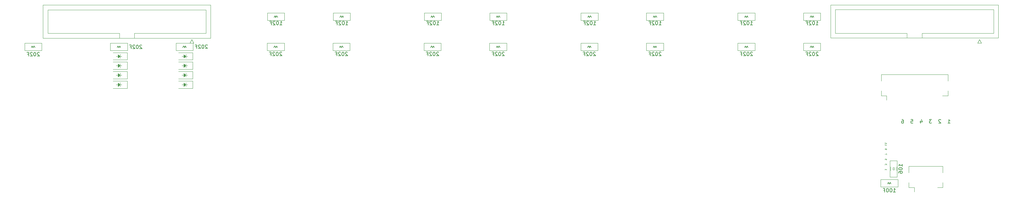
<source format=gbr>
%TF.GenerationSoftware,KiCad,Pcbnew,7.0.1*%
%TF.CreationDate,2024-04-02T15:57:58+09:00*%
%TF.ProjectId,Lift_Switch_V5.0,4c696674-5f53-4776-9974-63685f56352e,rev?*%
%TF.SameCoordinates,Original*%
%TF.FileFunction,Legend,Bot*%
%TF.FilePolarity,Positive*%
%FSLAX46Y46*%
G04 Gerber Fmt 4.6, Leading zero omitted, Abs format (unit mm)*
G04 Created by KiCad (PCBNEW 7.0.1) date 2024-04-02 15:57:58*
%MOMM*%
%LPD*%
G01*
G04 APERTURE LIST*
%ADD10C,0.150000*%
%ADD11C,0.100000*%
%ADD12C,0.120000*%
%ADD13C,0.200000*%
G04 APERTURE END LIST*
D10*
%TO.C,R8*%
X245796666Y-79627857D02*
X245749047Y-79580238D01*
X245749047Y-79580238D02*
X245653809Y-79532619D01*
X245653809Y-79532619D02*
X245415714Y-79532619D01*
X245415714Y-79532619D02*
X245320476Y-79580238D01*
X245320476Y-79580238D02*
X245272857Y-79627857D01*
X245272857Y-79627857D02*
X245225238Y-79723095D01*
X245225238Y-79723095D02*
X245225238Y-79818333D01*
X245225238Y-79818333D02*
X245272857Y-79961190D01*
X245272857Y-79961190D02*
X245844285Y-80532619D01*
X245844285Y-80532619D02*
X245225238Y-80532619D01*
X244606190Y-79532619D02*
X244510952Y-79532619D01*
X244510952Y-79532619D02*
X244415714Y-79580238D01*
X244415714Y-79580238D02*
X244368095Y-79627857D01*
X244368095Y-79627857D02*
X244320476Y-79723095D01*
X244320476Y-79723095D02*
X244272857Y-79913571D01*
X244272857Y-79913571D02*
X244272857Y-80151666D01*
X244272857Y-80151666D02*
X244320476Y-80342142D01*
X244320476Y-80342142D02*
X244368095Y-80437380D01*
X244368095Y-80437380D02*
X244415714Y-80485000D01*
X244415714Y-80485000D02*
X244510952Y-80532619D01*
X244510952Y-80532619D02*
X244606190Y-80532619D01*
X244606190Y-80532619D02*
X244701428Y-80485000D01*
X244701428Y-80485000D02*
X244749047Y-80437380D01*
X244749047Y-80437380D02*
X244796666Y-80342142D01*
X244796666Y-80342142D02*
X244844285Y-80151666D01*
X244844285Y-80151666D02*
X244844285Y-79913571D01*
X244844285Y-79913571D02*
X244796666Y-79723095D01*
X244796666Y-79723095D02*
X244749047Y-79627857D01*
X244749047Y-79627857D02*
X244701428Y-79580238D01*
X244701428Y-79580238D02*
X244606190Y-79532619D01*
X243891904Y-79627857D02*
X243844285Y-79580238D01*
X243844285Y-79580238D02*
X243749047Y-79532619D01*
X243749047Y-79532619D02*
X243510952Y-79532619D01*
X243510952Y-79532619D02*
X243415714Y-79580238D01*
X243415714Y-79580238D02*
X243368095Y-79627857D01*
X243368095Y-79627857D02*
X243320476Y-79723095D01*
X243320476Y-79723095D02*
X243320476Y-79818333D01*
X243320476Y-79818333D02*
X243368095Y-79961190D01*
X243368095Y-79961190D02*
X243939523Y-80532619D01*
X243939523Y-80532619D02*
X243320476Y-80532619D01*
X242558571Y-80008809D02*
X242891904Y-80008809D01*
X242891904Y-80532619D02*
X242891904Y-79532619D01*
X242891904Y-79532619D02*
X242415714Y-79532619D01*
%TO.C,C1*%
X329962619Y-110933333D02*
X329962619Y-110361905D01*
X329962619Y-110647619D02*
X328962619Y-110647619D01*
X328962619Y-110647619D02*
X329105476Y-110552381D01*
X329105476Y-110552381D02*
X329200714Y-110457143D01*
X329200714Y-110457143D02*
X329248333Y-110361905D01*
X328962619Y-111552381D02*
X328962619Y-111647619D01*
X328962619Y-111647619D02*
X329010238Y-111742857D01*
X329010238Y-111742857D02*
X329057857Y-111790476D01*
X329057857Y-111790476D02*
X329153095Y-111838095D01*
X329153095Y-111838095D02*
X329343571Y-111885714D01*
X329343571Y-111885714D02*
X329581666Y-111885714D01*
X329581666Y-111885714D02*
X329772142Y-111838095D01*
X329772142Y-111838095D02*
X329867380Y-111790476D01*
X329867380Y-111790476D02*
X329915000Y-111742857D01*
X329915000Y-111742857D02*
X329962619Y-111647619D01*
X329962619Y-111647619D02*
X329962619Y-111552381D01*
X329962619Y-111552381D02*
X329915000Y-111457143D01*
X329915000Y-111457143D02*
X329867380Y-111409524D01*
X329867380Y-111409524D02*
X329772142Y-111361905D01*
X329772142Y-111361905D02*
X329581666Y-111314286D01*
X329581666Y-111314286D02*
X329343571Y-111314286D01*
X329343571Y-111314286D02*
X329153095Y-111361905D01*
X329153095Y-111361905D02*
X329057857Y-111409524D01*
X329057857Y-111409524D02*
X329010238Y-111457143D01*
X329010238Y-111457143D02*
X328962619Y-111552381D01*
X328962619Y-112742857D02*
X328962619Y-112552381D01*
X328962619Y-112552381D02*
X329010238Y-112457143D01*
X329010238Y-112457143D02*
X329057857Y-112409524D01*
X329057857Y-112409524D02*
X329200714Y-112314286D01*
X329200714Y-112314286D02*
X329391190Y-112266667D01*
X329391190Y-112266667D02*
X329772142Y-112266667D01*
X329772142Y-112266667D02*
X329867380Y-112314286D01*
X329867380Y-112314286D02*
X329915000Y-112361905D01*
X329915000Y-112361905D02*
X329962619Y-112457143D01*
X329962619Y-112457143D02*
X329962619Y-112647619D01*
X329962619Y-112647619D02*
X329915000Y-112742857D01*
X329915000Y-112742857D02*
X329867380Y-112790476D01*
X329867380Y-112790476D02*
X329772142Y-112838095D01*
X329772142Y-112838095D02*
X329534047Y-112838095D01*
X329534047Y-112838095D02*
X329438809Y-112790476D01*
X329438809Y-112790476D02*
X329391190Y-112742857D01*
X329391190Y-112742857D02*
X329343571Y-112647619D01*
X329343571Y-112647619D02*
X329343571Y-112457143D01*
X329343571Y-112457143D02*
X329391190Y-112361905D01*
X329391190Y-112361905D02*
X329438809Y-112314286D01*
X329438809Y-112314286D02*
X329534047Y-112266667D01*
%TO.C,R4*%
X159796666Y-79627857D02*
X159749047Y-79580238D01*
X159749047Y-79580238D02*
X159653809Y-79532619D01*
X159653809Y-79532619D02*
X159415714Y-79532619D01*
X159415714Y-79532619D02*
X159320476Y-79580238D01*
X159320476Y-79580238D02*
X159272857Y-79627857D01*
X159272857Y-79627857D02*
X159225238Y-79723095D01*
X159225238Y-79723095D02*
X159225238Y-79818333D01*
X159225238Y-79818333D02*
X159272857Y-79961190D01*
X159272857Y-79961190D02*
X159844285Y-80532619D01*
X159844285Y-80532619D02*
X159225238Y-80532619D01*
X158606190Y-79532619D02*
X158510952Y-79532619D01*
X158510952Y-79532619D02*
X158415714Y-79580238D01*
X158415714Y-79580238D02*
X158368095Y-79627857D01*
X158368095Y-79627857D02*
X158320476Y-79723095D01*
X158320476Y-79723095D02*
X158272857Y-79913571D01*
X158272857Y-79913571D02*
X158272857Y-80151666D01*
X158272857Y-80151666D02*
X158320476Y-80342142D01*
X158320476Y-80342142D02*
X158368095Y-80437380D01*
X158368095Y-80437380D02*
X158415714Y-80485000D01*
X158415714Y-80485000D02*
X158510952Y-80532619D01*
X158510952Y-80532619D02*
X158606190Y-80532619D01*
X158606190Y-80532619D02*
X158701428Y-80485000D01*
X158701428Y-80485000D02*
X158749047Y-80437380D01*
X158749047Y-80437380D02*
X158796666Y-80342142D01*
X158796666Y-80342142D02*
X158844285Y-80151666D01*
X158844285Y-80151666D02*
X158844285Y-79913571D01*
X158844285Y-79913571D02*
X158796666Y-79723095D01*
X158796666Y-79723095D02*
X158749047Y-79627857D01*
X158749047Y-79627857D02*
X158701428Y-79580238D01*
X158701428Y-79580238D02*
X158606190Y-79532619D01*
X157891904Y-79627857D02*
X157844285Y-79580238D01*
X157844285Y-79580238D02*
X157749047Y-79532619D01*
X157749047Y-79532619D02*
X157510952Y-79532619D01*
X157510952Y-79532619D02*
X157415714Y-79580238D01*
X157415714Y-79580238D02*
X157368095Y-79627857D01*
X157368095Y-79627857D02*
X157320476Y-79723095D01*
X157320476Y-79723095D02*
X157320476Y-79818333D01*
X157320476Y-79818333D02*
X157368095Y-79961190D01*
X157368095Y-79961190D02*
X157939523Y-80532619D01*
X157939523Y-80532619D02*
X157320476Y-80532619D01*
X156558571Y-80008809D02*
X156891904Y-80008809D01*
X156891904Y-80532619D02*
X156891904Y-79532619D01*
X156891904Y-79532619D02*
X156415714Y-79532619D01*
%TO.C,R9*%
X263796666Y-79627857D02*
X263749047Y-79580238D01*
X263749047Y-79580238D02*
X263653809Y-79532619D01*
X263653809Y-79532619D02*
X263415714Y-79532619D01*
X263415714Y-79532619D02*
X263320476Y-79580238D01*
X263320476Y-79580238D02*
X263272857Y-79627857D01*
X263272857Y-79627857D02*
X263225238Y-79723095D01*
X263225238Y-79723095D02*
X263225238Y-79818333D01*
X263225238Y-79818333D02*
X263272857Y-79961190D01*
X263272857Y-79961190D02*
X263844285Y-80532619D01*
X263844285Y-80532619D02*
X263225238Y-80532619D01*
X262606190Y-79532619D02*
X262510952Y-79532619D01*
X262510952Y-79532619D02*
X262415714Y-79580238D01*
X262415714Y-79580238D02*
X262368095Y-79627857D01*
X262368095Y-79627857D02*
X262320476Y-79723095D01*
X262320476Y-79723095D02*
X262272857Y-79913571D01*
X262272857Y-79913571D02*
X262272857Y-80151666D01*
X262272857Y-80151666D02*
X262320476Y-80342142D01*
X262320476Y-80342142D02*
X262368095Y-80437380D01*
X262368095Y-80437380D02*
X262415714Y-80485000D01*
X262415714Y-80485000D02*
X262510952Y-80532619D01*
X262510952Y-80532619D02*
X262606190Y-80532619D01*
X262606190Y-80532619D02*
X262701428Y-80485000D01*
X262701428Y-80485000D02*
X262749047Y-80437380D01*
X262749047Y-80437380D02*
X262796666Y-80342142D01*
X262796666Y-80342142D02*
X262844285Y-80151666D01*
X262844285Y-80151666D02*
X262844285Y-79913571D01*
X262844285Y-79913571D02*
X262796666Y-79723095D01*
X262796666Y-79723095D02*
X262749047Y-79627857D01*
X262749047Y-79627857D02*
X262701428Y-79580238D01*
X262701428Y-79580238D02*
X262606190Y-79532619D01*
X261891904Y-79627857D02*
X261844285Y-79580238D01*
X261844285Y-79580238D02*
X261749047Y-79532619D01*
X261749047Y-79532619D02*
X261510952Y-79532619D01*
X261510952Y-79532619D02*
X261415714Y-79580238D01*
X261415714Y-79580238D02*
X261368095Y-79627857D01*
X261368095Y-79627857D02*
X261320476Y-79723095D01*
X261320476Y-79723095D02*
X261320476Y-79818333D01*
X261320476Y-79818333D02*
X261368095Y-79961190D01*
X261368095Y-79961190D02*
X261939523Y-80532619D01*
X261939523Y-80532619D02*
X261320476Y-80532619D01*
X260558571Y-80008809D02*
X260891904Y-80008809D01*
X260891904Y-80532619D02*
X260891904Y-79532619D01*
X260891904Y-79532619D02*
X260415714Y-79532619D01*
%TO.C,R2*%
X121426666Y-77667857D02*
X121379047Y-77620238D01*
X121379047Y-77620238D02*
X121283809Y-77572619D01*
X121283809Y-77572619D02*
X121045714Y-77572619D01*
X121045714Y-77572619D02*
X120950476Y-77620238D01*
X120950476Y-77620238D02*
X120902857Y-77667857D01*
X120902857Y-77667857D02*
X120855238Y-77763095D01*
X120855238Y-77763095D02*
X120855238Y-77858333D01*
X120855238Y-77858333D02*
X120902857Y-78001190D01*
X120902857Y-78001190D02*
X121474285Y-78572619D01*
X121474285Y-78572619D02*
X120855238Y-78572619D01*
X120236190Y-77572619D02*
X120140952Y-77572619D01*
X120140952Y-77572619D02*
X120045714Y-77620238D01*
X120045714Y-77620238D02*
X119998095Y-77667857D01*
X119998095Y-77667857D02*
X119950476Y-77763095D01*
X119950476Y-77763095D02*
X119902857Y-77953571D01*
X119902857Y-77953571D02*
X119902857Y-78191666D01*
X119902857Y-78191666D02*
X119950476Y-78382142D01*
X119950476Y-78382142D02*
X119998095Y-78477380D01*
X119998095Y-78477380D02*
X120045714Y-78525000D01*
X120045714Y-78525000D02*
X120140952Y-78572619D01*
X120140952Y-78572619D02*
X120236190Y-78572619D01*
X120236190Y-78572619D02*
X120331428Y-78525000D01*
X120331428Y-78525000D02*
X120379047Y-78477380D01*
X120379047Y-78477380D02*
X120426666Y-78382142D01*
X120426666Y-78382142D02*
X120474285Y-78191666D01*
X120474285Y-78191666D02*
X120474285Y-77953571D01*
X120474285Y-77953571D02*
X120426666Y-77763095D01*
X120426666Y-77763095D02*
X120379047Y-77667857D01*
X120379047Y-77667857D02*
X120331428Y-77620238D01*
X120331428Y-77620238D02*
X120236190Y-77572619D01*
X119521904Y-77667857D02*
X119474285Y-77620238D01*
X119474285Y-77620238D02*
X119379047Y-77572619D01*
X119379047Y-77572619D02*
X119140952Y-77572619D01*
X119140952Y-77572619D02*
X119045714Y-77620238D01*
X119045714Y-77620238D02*
X118998095Y-77667857D01*
X118998095Y-77667857D02*
X118950476Y-77763095D01*
X118950476Y-77763095D02*
X118950476Y-77858333D01*
X118950476Y-77858333D02*
X118998095Y-78001190D01*
X118998095Y-78001190D02*
X119569523Y-78572619D01*
X119569523Y-78572619D02*
X118950476Y-78572619D01*
X118188571Y-78048809D02*
X118521904Y-78048809D01*
X118521904Y-78572619D02*
X118521904Y-77572619D01*
X118521904Y-77572619D02*
X118045714Y-77572619D01*
%TO.C,R17*%
X220245238Y-72012619D02*
X220816666Y-72012619D01*
X220530952Y-72012619D02*
X220530952Y-71012619D01*
X220530952Y-71012619D02*
X220626190Y-71155476D01*
X220626190Y-71155476D02*
X220721428Y-71250714D01*
X220721428Y-71250714D02*
X220816666Y-71298333D01*
X219626190Y-71012619D02*
X219530952Y-71012619D01*
X219530952Y-71012619D02*
X219435714Y-71060238D01*
X219435714Y-71060238D02*
X219388095Y-71107857D01*
X219388095Y-71107857D02*
X219340476Y-71203095D01*
X219340476Y-71203095D02*
X219292857Y-71393571D01*
X219292857Y-71393571D02*
X219292857Y-71631666D01*
X219292857Y-71631666D02*
X219340476Y-71822142D01*
X219340476Y-71822142D02*
X219388095Y-71917380D01*
X219388095Y-71917380D02*
X219435714Y-71965000D01*
X219435714Y-71965000D02*
X219530952Y-72012619D01*
X219530952Y-72012619D02*
X219626190Y-72012619D01*
X219626190Y-72012619D02*
X219721428Y-71965000D01*
X219721428Y-71965000D02*
X219769047Y-71917380D01*
X219769047Y-71917380D02*
X219816666Y-71822142D01*
X219816666Y-71822142D02*
X219864285Y-71631666D01*
X219864285Y-71631666D02*
X219864285Y-71393571D01*
X219864285Y-71393571D02*
X219816666Y-71203095D01*
X219816666Y-71203095D02*
X219769047Y-71107857D01*
X219769047Y-71107857D02*
X219721428Y-71060238D01*
X219721428Y-71060238D02*
X219626190Y-71012619D01*
X218911904Y-71107857D02*
X218864285Y-71060238D01*
X218864285Y-71060238D02*
X218769047Y-71012619D01*
X218769047Y-71012619D02*
X218530952Y-71012619D01*
X218530952Y-71012619D02*
X218435714Y-71060238D01*
X218435714Y-71060238D02*
X218388095Y-71107857D01*
X218388095Y-71107857D02*
X218340476Y-71203095D01*
X218340476Y-71203095D02*
X218340476Y-71298333D01*
X218340476Y-71298333D02*
X218388095Y-71441190D01*
X218388095Y-71441190D02*
X218959523Y-72012619D01*
X218959523Y-72012619D02*
X218340476Y-72012619D01*
X217578571Y-71488809D02*
X217911904Y-71488809D01*
X217911904Y-72012619D02*
X217911904Y-71012619D01*
X217911904Y-71012619D02*
X217435714Y-71012619D01*
%TO.C,R7*%
X220796666Y-79627857D02*
X220749047Y-79580238D01*
X220749047Y-79580238D02*
X220653809Y-79532619D01*
X220653809Y-79532619D02*
X220415714Y-79532619D01*
X220415714Y-79532619D02*
X220320476Y-79580238D01*
X220320476Y-79580238D02*
X220272857Y-79627857D01*
X220272857Y-79627857D02*
X220225238Y-79723095D01*
X220225238Y-79723095D02*
X220225238Y-79818333D01*
X220225238Y-79818333D02*
X220272857Y-79961190D01*
X220272857Y-79961190D02*
X220844285Y-80532619D01*
X220844285Y-80532619D02*
X220225238Y-80532619D01*
X219606190Y-79532619D02*
X219510952Y-79532619D01*
X219510952Y-79532619D02*
X219415714Y-79580238D01*
X219415714Y-79580238D02*
X219368095Y-79627857D01*
X219368095Y-79627857D02*
X219320476Y-79723095D01*
X219320476Y-79723095D02*
X219272857Y-79913571D01*
X219272857Y-79913571D02*
X219272857Y-80151666D01*
X219272857Y-80151666D02*
X219320476Y-80342142D01*
X219320476Y-80342142D02*
X219368095Y-80437380D01*
X219368095Y-80437380D02*
X219415714Y-80485000D01*
X219415714Y-80485000D02*
X219510952Y-80532619D01*
X219510952Y-80532619D02*
X219606190Y-80532619D01*
X219606190Y-80532619D02*
X219701428Y-80485000D01*
X219701428Y-80485000D02*
X219749047Y-80437380D01*
X219749047Y-80437380D02*
X219796666Y-80342142D01*
X219796666Y-80342142D02*
X219844285Y-80151666D01*
X219844285Y-80151666D02*
X219844285Y-79913571D01*
X219844285Y-79913571D02*
X219796666Y-79723095D01*
X219796666Y-79723095D02*
X219749047Y-79627857D01*
X219749047Y-79627857D02*
X219701428Y-79580238D01*
X219701428Y-79580238D02*
X219606190Y-79532619D01*
X218891904Y-79627857D02*
X218844285Y-79580238D01*
X218844285Y-79580238D02*
X218749047Y-79532619D01*
X218749047Y-79532619D02*
X218510952Y-79532619D01*
X218510952Y-79532619D02*
X218415714Y-79580238D01*
X218415714Y-79580238D02*
X218368095Y-79627857D01*
X218368095Y-79627857D02*
X218320476Y-79723095D01*
X218320476Y-79723095D02*
X218320476Y-79818333D01*
X218320476Y-79818333D02*
X218368095Y-79961190D01*
X218368095Y-79961190D02*
X218939523Y-80532619D01*
X218939523Y-80532619D02*
X218320476Y-80532619D01*
X217558571Y-80008809D02*
X217891904Y-80008809D01*
X217891904Y-80532619D02*
X217891904Y-79532619D01*
X217891904Y-79532619D02*
X217415714Y-79532619D01*
%TO.C,R16*%
X202295238Y-72012619D02*
X202866666Y-72012619D01*
X202580952Y-72012619D02*
X202580952Y-71012619D01*
X202580952Y-71012619D02*
X202676190Y-71155476D01*
X202676190Y-71155476D02*
X202771428Y-71250714D01*
X202771428Y-71250714D02*
X202866666Y-71298333D01*
X201676190Y-71012619D02*
X201580952Y-71012619D01*
X201580952Y-71012619D02*
X201485714Y-71060238D01*
X201485714Y-71060238D02*
X201438095Y-71107857D01*
X201438095Y-71107857D02*
X201390476Y-71203095D01*
X201390476Y-71203095D02*
X201342857Y-71393571D01*
X201342857Y-71393571D02*
X201342857Y-71631666D01*
X201342857Y-71631666D02*
X201390476Y-71822142D01*
X201390476Y-71822142D02*
X201438095Y-71917380D01*
X201438095Y-71917380D02*
X201485714Y-71965000D01*
X201485714Y-71965000D02*
X201580952Y-72012619D01*
X201580952Y-72012619D02*
X201676190Y-72012619D01*
X201676190Y-72012619D02*
X201771428Y-71965000D01*
X201771428Y-71965000D02*
X201819047Y-71917380D01*
X201819047Y-71917380D02*
X201866666Y-71822142D01*
X201866666Y-71822142D02*
X201914285Y-71631666D01*
X201914285Y-71631666D02*
X201914285Y-71393571D01*
X201914285Y-71393571D02*
X201866666Y-71203095D01*
X201866666Y-71203095D02*
X201819047Y-71107857D01*
X201819047Y-71107857D02*
X201771428Y-71060238D01*
X201771428Y-71060238D02*
X201676190Y-71012619D01*
X200961904Y-71107857D02*
X200914285Y-71060238D01*
X200914285Y-71060238D02*
X200819047Y-71012619D01*
X200819047Y-71012619D02*
X200580952Y-71012619D01*
X200580952Y-71012619D02*
X200485714Y-71060238D01*
X200485714Y-71060238D02*
X200438095Y-71107857D01*
X200438095Y-71107857D02*
X200390476Y-71203095D01*
X200390476Y-71203095D02*
X200390476Y-71298333D01*
X200390476Y-71298333D02*
X200438095Y-71441190D01*
X200438095Y-71441190D02*
X201009523Y-72012619D01*
X201009523Y-72012619D02*
X200390476Y-72012619D01*
X199628571Y-71488809D02*
X199961904Y-71488809D01*
X199961904Y-72012619D02*
X199961904Y-71012619D01*
X199961904Y-71012619D02*
X199485714Y-71012619D01*
%TO.C,R13*%
X306295238Y-72012619D02*
X306866666Y-72012619D01*
X306580952Y-72012619D02*
X306580952Y-71012619D01*
X306580952Y-71012619D02*
X306676190Y-71155476D01*
X306676190Y-71155476D02*
X306771428Y-71250714D01*
X306771428Y-71250714D02*
X306866666Y-71298333D01*
X305676190Y-71012619D02*
X305580952Y-71012619D01*
X305580952Y-71012619D02*
X305485714Y-71060238D01*
X305485714Y-71060238D02*
X305438095Y-71107857D01*
X305438095Y-71107857D02*
X305390476Y-71203095D01*
X305390476Y-71203095D02*
X305342857Y-71393571D01*
X305342857Y-71393571D02*
X305342857Y-71631666D01*
X305342857Y-71631666D02*
X305390476Y-71822142D01*
X305390476Y-71822142D02*
X305438095Y-71917380D01*
X305438095Y-71917380D02*
X305485714Y-71965000D01*
X305485714Y-71965000D02*
X305580952Y-72012619D01*
X305580952Y-72012619D02*
X305676190Y-72012619D01*
X305676190Y-72012619D02*
X305771428Y-71965000D01*
X305771428Y-71965000D02*
X305819047Y-71917380D01*
X305819047Y-71917380D02*
X305866666Y-71822142D01*
X305866666Y-71822142D02*
X305914285Y-71631666D01*
X305914285Y-71631666D02*
X305914285Y-71393571D01*
X305914285Y-71393571D02*
X305866666Y-71203095D01*
X305866666Y-71203095D02*
X305819047Y-71107857D01*
X305819047Y-71107857D02*
X305771428Y-71060238D01*
X305771428Y-71060238D02*
X305676190Y-71012619D01*
X304961904Y-71107857D02*
X304914285Y-71060238D01*
X304914285Y-71060238D02*
X304819047Y-71012619D01*
X304819047Y-71012619D02*
X304580952Y-71012619D01*
X304580952Y-71012619D02*
X304485714Y-71060238D01*
X304485714Y-71060238D02*
X304438095Y-71107857D01*
X304438095Y-71107857D02*
X304390476Y-71203095D01*
X304390476Y-71203095D02*
X304390476Y-71298333D01*
X304390476Y-71298333D02*
X304438095Y-71441190D01*
X304438095Y-71441190D02*
X305009523Y-72012619D01*
X305009523Y-72012619D02*
X304390476Y-72012619D01*
X303628571Y-71488809D02*
X303961904Y-71488809D01*
X303961904Y-72012619D02*
X303961904Y-71012619D01*
X303961904Y-71012619D02*
X303485714Y-71012619D01*
%TO.C,R5*%
X177796666Y-79627857D02*
X177749047Y-79580238D01*
X177749047Y-79580238D02*
X177653809Y-79532619D01*
X177653809Y-79532619D02*
X177415714Y-79532619D01*
X177415714Y-79532619D02*
X177320476Y-79580238D01*
X177320476Y-79580238D02*
X177272857Y-79627857D01*
X177272857Y-79627857D02*
X177225238Y-79723095D01*
X177225238Y-79723095D02*
X177225238Y-79818333D01*
X177225238Y-79818333D02*
X177272857Y-79961190D01*
X177272857Y-79961190D02*
X177844285Y-80532619D01*
X177844285Y-80532619D02*
X177225238Y-80532619D01*
X176606190Y-79532619D02*
X176510952Y-79532619D01*
X176510952Y-79532619D02*
X176415714Y-79580238D01*
X176415714Y-79580238D02*
X176368095Y-79627857D01*
X176368095Y-79627857D02*
X176320476Y-79723095D01*
X176320476Y-79723095D02*
X176272857Y-79913571D01*
X176272857Y-79913571D02*
X176272857Y-80151666D01*
X176272857Y-80151666D02*
X176320476Y-80342142D01*
X176320476Y-80342142D02*
X176368095Y-80437380D01*
X176368095Y-80437380D02*
X176415714Y-80485000D01*
X176415714Y-80485000D02*
X176510952Y-80532619D01*
X176510952Y-80532619D02*
X176606190Y-80532619D01*
X176606190Y-80532619D02*
X176701428Y-80485000D01*
X176701428Y-80485000D02*
X176749047Y-80437380D01*
X176749047Y-80437380D02*
X176796666Y-80342142D01*
X176796666Y-80342142D02*
X176844285Y-80151666D01*
X176844285Y-80151666D02*
X176844285Y-79913571D01*
X176844285Y-79913571D02*
X176796666Y-79723095D01*
X176796666Y-79723095D02*
X176749047Y-79627857D01*
X176749047Y-79627857D02*
X176701428Y-79580238D01*
X176701428Y-79580238D02*
X176606190Y-79532619D01*
X175891904Y-79627857D02*
X175844285Y-79580238D01*
X175844285Y-79580238D02*
X175749047Y-79532619D01*
X175749047Y-79532619D02*
X175510952Y-79532619D01*
X175510952Y-79532619D02*
X175415714Y-79580238D01*
X175415714Y-79580238D02*
X175368095Y-79627857D01*
X175368095Y-79627857D02*
X175320476Y-79723095D01*
X175320476Y-79723095D02*
X175320476Y-79818333D01*
X175320476Y-79818333D02*
X175368095Y-79961190D01*
X175368095Y-79961190D02*
X175939523Y-80532619D01*
X175939523Y-80532619D02*
X175320476Y-80532619D01*
X174558571Y-80008809D02*
X174891904Y-80008809D01*
X174891904Y-80532619D02*
X174891904Y-79532619D01*
X174891904Y-79532619D02*
X174415714Y-79532619D01*
%TO.C,R11*%
X306856666Y-79627857D02*
X306809047Y-79580238D01*
X306809047Y-79580238D02*
X306713809Y-79532619D01*
X306713809Y-79532619D02*
X306475714Y-79532619D01*
X306475714Y-79532619D02*
X306380476Y-79580238D01*
X306380476Y-79580238D02*
X306332857Y-79627857D01*
X306332857Y-79627857D02*
X306285238Y-79723095D01*
X306285238Y-79723095D02*
X306285238Y-79818333D01*
X306285238Y-79818333D02*
X306332857Y-79961190D01*
X306332857Y-79961190D02*
X306904285Y-80532619D01*
X306904285Y-80532619D02*
X306285238Y-80532619D01*
X305666190Y-79532619D02*
X305570952Y-79532619D01*
X305570952Y-79532619D02*
X305475714Y-79580238D01*
X305475714Y-79580238D02*
X305428095Y-79627857D01*
X305428095Y-79627857D02*
X305380476Y-79723095D01*
X305380476Y-79723095D02*
X305332857Y-79913571D01*
X305332857Y-79913571D02*
X305332857Y-80151666D01*
X305332857Y-80151666D02*
X305380476Y-80342142D01*
X305380476Y-80342142D02*
X305428095Y-80437380D01*
X305428095Y-80437380D02*
X305475714Y-80485000D01*
X305475714Y-80485000D02*
X305570952Y-80532619D01*
X305570952Y-80532619D02*
X305666190Y-80532619D01*
X305666190Y-80532619D02*
X305761428Y-80485000D01*
X305761428Y-80485000D02*
X305809047Y-80437380D01*
X305809047Y-80437380D02*
X305856666Y-80342142D01*
X305856666Y-80342142D02*
X305904285Y-80151666D01*
X305904285Y-80151666D02*
X305904285Y-79913571D01*
X305904285Y-79913571D02*
X305856666Y-79723095D01*
X305856666Y-79723095D02*
X305809047Y-79627857D01*
X305809047Y-79627857D02*
X305761428Y-79580238D01*
X305761428Y-79580238D02*
X305666190Y-79532619D01*
X304951904Y-79627857D02*
X304904285Y-79580238D01*
X304904285Y-79580238D02*
X304809047Y-79532619D01*
X304809047Y-79532619D02*
X304570952Y-79532619D01*
X304570952Y-79532619D02*
X304475714Y-79580238D01*
X304475714Y-79580238D02*
X304428095Y-79627857D01*
X304428095Y-79627857D02*
X304380476Y-79723095D01*
X304380476Y-79723095D02*
X304380476Y-79818333D01*
X304380476Y-79818333D02*
X304428095Y-79961190D01*
X304428095Y-79961190D02*
X304999523Y-80532619D01*
X304999523Y-80532619D02*
X304380476Y-80532619D01*
X303618571Y-80008809D02*
X303951904Y-80008809D01*
X303951904Y-80532619D02*
X303951904Y-79532619D01*
X303951904Y-79532619D02*
X303475714Y-79532619D01*
%TO.C,R12*%
X288295238Y-72012619D02*
X288866666Y-72012619D01*
X288580952Y-72012619D02*
X288580952Y-71012619D01*
X288580952Y-71012619D02*
X288676190Y-71155476D01*
X288676190Y-71155476D02*
X288771428Y-71250714D01*
X288771428Y-71250714D02*
X288866666Y-71298333D01*
X287676190Y-71012619D02*
X287580952Y-71012619D01*
X287580952Y-71012619D02*
X287485714Y-71060238D01*
X287485714Y-71060238D02*
X287438095Y-71107857D01*
X287438095Y-71107857D02*
X287390476Y-71203095D01*
X287390476Y-71203095D02*
X287342857Y-71393571D01*
X287342857Y-71393571D02*
X287342857Y-71631666D01*
X287342857Y-71631666D02*
X287390476Y-71822142D01*
X287390476Y-71822142D02*
X287438095Y-71917380D01*
X287438095Y-71917380D02*
X287485714Y-71965000D01*
X287485714Y-71965000D02*
X287580952Y-72012619D01*
X287580952Y-72012619D02*
X287676190Y-72012619D01*
X287676190Y-72012619D02*
X287771428Y-71965000D01*
X287771428Y-71965000D02*
X287819047Y-71917380D01*
X287819047Y-71917380D02*
X287866666Y-71822142D01*
X287866666Y-71822142D02*
X287914285Y-71631666D01*
X287914285Y-71631666D02*
X287914285Y-71393571D01*
X287914285Y-71393571D02*
X287866666Y-71203095D01*
X287866666Y-71203095D02*
X287819047Y-71107857D01*
X287819047Y-71107857D02*
X287771428Y-71060238D01*
X287771428Y-71060238D02*
X287676190Y-71012619D01*
X286961904Y-71107857D02*
X286914285Y-71060238D01*
X286914285Y-71060238D02*
X286819047Y-71012619D01*
X286819047Y-71012619D02*
X286580952Y-71012619D01*
X286580952Y-71012619D02*
X286485714Y-71060238D01*
X286485714Y-71060238D02*
X286438095Y-71107857D01*
X286438095Y-71107857D02*
X286390476Y-71203095D01*
X286390476Y-71203095D02*
X286390476Y-71298333D01*
X286390476Y-71298333D02*
X286438095Y-71441190D01*
X286438095Y-71441190D02*
X287009523Y-72012619D01*
X287009523Y-72012619D02*
X286390476Y-72012619D01*
X285628571Y-71488809D02*
X285961904Y-71488809D01*
X285961904Y-72012619D02*
X285961904Y-71012619D01*
X285961904Y-71012619D02*
X285485714Y-71012619D01*
%TO.C,R18*%
X159295238Y-72012619D02*
X159866666Y-72012619D01*
X159580952Y-72012619D02*
X159580952Y-71012619D01*
X159580952Y-71012619D02*
X159676190Y-71155476D01*
X159676190Y-71155476D02*
X159771428Y-71250714D01*
X159771428Y-71250714D02*
X159866666Y-71298333D01*
X158676190Y-71012619D02*
X158580952Y-71012619D01*
X158580952Y-71012619D02*
X158485714Y-71060238D01*
X158485714Y-71060238D02*
X158438095Y-71107857D01*
X158438095Y-71107857D02*
X158390476Y-71203095D01*
X158390476Y-71203095D02*
X158342857Y-71393571D01*
X158342857Y-71393571D02*
X158342857Y-71631666D01*
X158342857Y-71631666D02*
X158390476Y-71822142D01*
X158390476Y-71822142D02*
X158438095Y-71917380D01*
X158438095Y-71917380D02*
X158485714Y-71965000D01*
X158485714Y-71965000D02*
X158580952Y-72012619D01*
X158580952Y-72012619D02*
X158676190Y-72012619D01*
X158676190Y-72012619D02*
X158771428Y-71965000D01*
X158771428Y-71965000D02*
X158819047Y-71917380D01*
X158819047Y-71917380D02*
X158866666Y-71822142D01*
X158866666Y-71822142D02*
X158914285Y-71631666D01*
X158914285Y-71631666D02*
X158914285Y-71393571D01*
X158914285Y-71393571D02*
X158866666Y-71203095D01*
X158866666Y-71203095D02*
X158819047Y-71107857D01*
X158819047Y-71107857D02*
X158771428Y-71060238D01*
X158771428Y-71060238D02*
X158676190Y-71012619D01*
X157961904Y-71107857D02*
X157914285Y-71060238D01*
X157914285Y-71060238D02*
X157819047Y-71012619D01*
X157819047Y-71012619D02*
X157580952Y-71012619D01*
X157580952Y-71012619D02*
X157485714Y-71060238D01*
X157485714Y-71060238D02*
X157438095Y-71107857D01*
X157438095Y-71107857D02*
X157390476Y-71203095D01*
X157390476Y-71203095D02*
X157390476Y-71298333D01*
X157390476Y-71298333D02*
X157438095Y-71441190D01*
X157438095Y-71441190D02*
X158009523Y-72012619D01*
X158009523Y-72012619D02*
X157390476Y-72012619D01*
X156628571Y-71488809D02*
X156961904Y-71488809D01*
X156961904Y-72012619D02*
X156961904Y-71012619D01*
X156961904Y-71012619D02*
X156485714Y-71012619D01*
%TO.C,R15*%
X263245238Y-72012619D02*
X263816666Y-72012619D01*
X263530952Y-72012619D02*
X263530952Y-71012619D01*
X263530952Y-71012619D02*
X263626190Y-71155476D01*
X263626190Y-71155476D02*
X263721428Y-71250714D01*
X263721428Y-71250714D02*
X263816666Y-71298333D01*
X262626190Y-71012619D02*
X262530952Y-71012619D01*
X262530952Y-71012619D02*
X262435714Y-71060238D01*
X262435714Y-71060238D02*
X262388095Y-71107857D01*
X262388095Y-71107857D02*
X262340476Y-71203095D01*
X262340476Y-71203095D02*
X262292857Y-71393571D01*
X262292857Y-71393571D02*
X262292857Y-71631666D01*
X262292857Y-71631666D02*
X262340476Y-71822142D01*
X262340476Y-71822142D02*
X262388095Y-71917380D01*
X262388095Y-71917380D02*
X262435714Y-71965000D01*
X262435714Y-71965000D02*
X262530952Y-72012619D01*
X262530952Y-72012619D02*
X262626190Y-72012619D01*
X262626190Y-72012619D02*
X262721428Y-71965000D01*
X262721428Y-71965000D02*
X262769047Y-71917380D01*
X262769047Y-71917380D02*
X262816666Y-71822142D01*
X262816666Y-71822142D02*
X262864285Y-71631666D01*
X262864285Y-71631666D02*
X262864285Y-71393571D01*
X262864285Y-71393571D02*
X262816666Y-71203095D01*
X262816666Y-71203095D02*
X262769047Y-71107857D01*
X262769047Y-71107857D02*
X262721428Y-71060238D01*
X262721428Y-71060238D02*
X262626190Y-71012619D01*
X261911904Y-71107857D02*
X261864285Y-71060238D01*
X261864285Y-71060238D02*
X261769047Y-71012619D01*
X261769047Y-71012619D02*
X261530952Y-71012619D01*
X261530952Y-71012619D02*
X261435714Y-71060238D01*
X261435714Y-71060238D02*
X261388095Y-71107857D01*
X261388095Y-71107857D02*
X261340476Y-71203095D01*
X261340476Y-71203095D02*
X261340476Y-71298333D01*
X261340476Y-71298333D02*
X261388095Y-71441190D01*
X261388095Y-71441190D02*
X261959523Y-72012619D01*
X261959523Y-72012619D02*
X261340476Y-72012619D01*
X260578571Y-71488809D02*
X260911904Y-71488809D01*
X260911904Y-72012619D02*
X260911904Y-71012619D01*
X260911904Y-71012619D02*
X260435714Y-71012619D01*
D11*
%TO.C,J2*%
X325168690Y-111657142D02*
X325168690Y-111942856D01*
X325168690Y-111799999D02*
X325668690Y-111799999D01*
X325668690Y-111799999D02*
X325597261Y-111847618D01*
X325597261Y-111847618D02*
X325549642Y-111895237D01*
X325549642Y-111895237D02*
X325525833Y-111942856D01*
X325168690Y-104895237D02*
X325168690Y-105180951D01*
X325168690Y-105038094D02*
X325668690Y-105038094D01*
X325668690Y-105038094D02*
X325597261Y-105085713D01*
X325597261Y-105085713D02*
X325549642Y-105133332D01*
X325549642Y-105133332D02*
X325525833Y-105180951D01*
X325168690Y-104419047D02*
X325168690Y-104704761D01*
X325168690Y-104561904D02*
X325668690Y-104561904D01*
X325668690Y-104561904D02*
X325597261Y-104609523D01*
X325597261Y-104609523D02*
X325549642Y-104657142D01*
X325549642Y-104657142D02*
X325525833Y-104704761D01*
X325668690Y-110566666D02*
X325668690Y-110257142D01*
X325668690Y-110257142D02*
X325478214Y-110423809D01*
X325478214Y-110423809D02*
X325478214Y-110352380D01*
X325478214Y-110352380D02*
X325454404Y-110304761D01*
X325454404Y-110304761D02*
X325430595Y-110280952D01*
X325430595Y-110280952D02*
X325382976Y-110257142D01*
X325382976Y-110257142D02*
X325263928Y-110257142D01*
X325263928Y-110257142D02*
X325216309Y-110280952D01*
X325216309Y-110280952D02*
X325192500Y-110304761D01*
X325192500Y-110304761D02*
X325168690Y-110352380D01*
X325168690Y-110352380D02*
X325168690Y-110495237D01*
X325168690Y-110495237D02*
X325192500Y-110542856D01*
X325192500Y-110542856D02*
X325216309Y-110566666D01*
X325668690Y-107766666D02*
X325668690Y-107433333D01*
X325668690Y-107433333D02*
X325168690Y-107647618D01*
X325668690Y-108880952D02*
X325668690Y-109119047D01*
X325668690Y-109119047D02*
X325430595Y-109142856D01*
X325430595Y-109142856D02*
X325454404Y-109119047D01*
X325454404Y-109119047D02*
X325478214Y-109071428D01*
X325478214Y-109071428D02*
X325478214Y-108952380D01*
X325478214Y-108952380D02*
X325454404Y-108904761D01*
X325454404Y-108904761D02*
X325430595Y-108880952D01*
X325430595Y-108880952D02*
X325382976Y-108857142D01*
X325382976Y-108857142D02*
X325263928Y-108857142D01*
X325263928Y-108857142D02*
X325216309Y-108880952D01*
X325216309Y-108880952D02*
X325192500Y-108904761D01*
X325192500Y-108904761D02*
X325168690Y-108952380D01*
X325168690Y-108952380D02*
X325168690Y-109071428D01*
X325168690Y-109071428D02*
X325192500Y-109119047D01*
X325192500Y-109119047D02*
X325216309Y-109142856D01*
X325168690Y-106295237D02*
X325168690Y-106199999D01*
X325168690Y-106199999D02*
X325192500Y-106152380D01*
X325192500Y-106152380D02*
X325216309Y-106128571D01*
X325216309Y-106128571D02*
X325287738Y-106080952D01*
X325287738Y-106080952D02*
X325382976Y-106057142D01*
X325382976Y-106057142D02*
X325573452Y-106057142D01*
X325573452Y-106057142D02*
X325621071Y-106080952D01*
X325621071Y-106080952D02*
X325644880Y-106104761D01*
X325644880Y-106104761D02*
X325668690Y-106152380D01*
X325668690Y-106152380D02*
X325668690Y-106247618D01*
X325668690Y-106247618D02*
X325644880Y-106295237D01*
X325644880Y-106295237D02*
X325621071Y-106319047D01*
X325621071Y-106319047D02*
X325573452Y-106342856D01*
X325573452Y-106342856D02*
X325454404Y-106342856D01*
X325454404Y-106342856D02*
X325406785Y-106319047D01*
X325406785Y-106319047D02*
X325382976Y-106295237D01*
X325382976Y-106295237D02*
X325359166Y-106247618D01*
X325359166Y-106247618D02*
X325359166Y-106152380D01*
X325359166Y-106152380D02*
X325382976Y-106104761D01*
X325382976Y-106104761D02*
X325406785Y-106080952D01*
X325406785Y-106080952D02*
X325454404Y-106057142D01*
D10*
%TO.C,R19*%
X177345238Y-72012619D02*
X177916666Y-72012619D01*
X177630952Y-72012619D02*
X177630952Y-71012619D01*
X177630952Y-71012619D02*
X177726190Y-71155476D01*
X177726190Y-71155476D02*
X177821428Y-71250714D01*
X177821428Y-71250714D02*
X177916666Y-71298333D01*
X176726190Y-71012619D02*
X176630952Y-71012619D01*
X176630952Y-71012619D02*
X176535714Y-71060238D01*
X176535714Y-71060238D02*
X176488095Y-71107857D01*
X176488095Y-71107857D02*
X176440476Y-71203095D01*
X176440476Y-71203095D02*
X176392857Y-71393571D01*
X176392857Y-71393571D02*
X176392857Y-71631666D01*
X176392857Y-71631666D02*
X176440476Y-71822142D01*
X176440476Y-71822142D02*
X176488095Y-71917380D01*
X176488095Y-71917380D02*
X176535714Y-71965000D01*
X176535714Y-71965000D02*
X176630952Y-72012619D01*
X176630952Y-72012619D02*
X176726190Y-72012619D01*
X176726190Y-72012619D02*
X176821428Y-71965000D01*
X176821428Y-71965000D02*
X176869047Y-71917380D01*
X176869047Y-71917380D02*
X176916666Y-71822142D01*
X176916666Y-71822142D02*
X176964285Y-71631666D01*
X176964285Y-71631666D02*
X176964285Y-71393571D01*
X176964285Y-71393571D02*
X176916666Y-71203095D01*
X176916666Y-71203095D02*
X176869047Y-71107857D01*
X176869047Y-71107857D02*
X176821428Y-71060238D01*
X176821428Y-71060238D02*
X176726190Y-71012619D01*
X176011904Y-71107857D02*
X175964285Y-71060238D01*
X175964285Y-71060238D02*
X175869047Y-71012619D01*
X175869047Y-71012619D02*
X175630952Y-71012619D01*
X175630952Y-71012619D02*
X175535714Y-71060238D01*
X175535714Y-71060238D02*
X175488095Y-71107857D01*
X175488095Y-71107857D02*
X175440476Y-71203095D01*
X175440476Y-71203095D02*
X175440476Y-71298333D01*
X175440476Y-71298333D02*
X175488095Y-71441190D01*
X175488095Y-71441190D02*
X176059523Y-72012619D01*
X176059523Y-72012619D02*
X175440476Y-72012619D01*
X174678571Y-71488809D02*
X175011904Y-71488809D01*
X175011904Y-72012619D02*
X175011904Y-71012619D01*
X175011904Y-71012619D02*
X174535714Y-71012619D01*
%TO.C,J4*%
X342464285Y-99062619D02*
X343035713Y-99062619D01*
X342749999Y-99062619D02*
X342749999Y-98062619D01*
X342749999Y-98062619D02*
X342845237Y-98205476D01*
X342845237Y-98205476D02*
X342940475Y-98300714D01*
X342940475Y-98300714D02*
X343035713Y-98348333D01*
X338003332Y-98062619D02*
X337384285Y-98062619D01*
X337384285Y-98062619D02*
X337717618Y-98443571D01*
X337717618Y-98443571D02*
X337574761Y-98443571D01*
X337574761Y-98443571D02*
X337479523Y-98491190D01*
X337479523Y-98491190D02*
X337431904Y-98538809D01*
X337431904Y-98538809D02*
X337384285Y-98634047D01*
X337384285Y-98634047D02*
X337384285Y-98872142D01*
X337384285Y-98872142D02*
X337431904Y-98967380D01*
X337431904Y-98967380D02*
X337479523Y-99015000D01*
X337479523Y-99015000D02*
X337574761Y-99062619D01*
X337574761Y-99062619D02*
X337860475Y-99062619D01*
X337860475Y-99062619D02*
X337955713Y-99015000D01*
X337955713Y-99015000D02*
X338003332Y-98967380D01*
X332331904Y-98068195D02*
X332808094Y-98068195D01*
X332808094Y-98068195D02*
X332855713Y-98544385D01*
X332855713Y-98544385D02*
X332808094Y-98496766D01*
X332808094Y-98496766D02*
X332712856Y-98449147D01*
X332712856Y-98449147D02*
X332474761Y-98449147D01*
X332474761Y-98449147D02*
X332379523Y-98496766D01*
X332379523Y-98496766D02*
X332331904Y-98544385D01*
X332331904Y-98544385D02*
X332284285Y-98639623D01*
X332284285Y-98639623D02*
X332284285Y-98877718D01*
X332284285Y-98877718D02*
X332331904Y-98972956D01*
X332331904Y-98972956D02*
X332379523Y-99020576D01*
X332379523Y-99020576D02*
X332474761Y-99068195D01*
X332474761Y-99068195D02*
X332712856Y-99068195D01*
X332712856Y-99068195D02*
X332808094Y-99020576D01*
X332808094Y-99020576D02*
X332855713Y-98972956D01*
X329839523Y-98068195D02*
X330029999Y-98068195D01*
X330029999Y-98068195D02*
X330125237Y-98115814D01*
X330125237Y-98115814D02*
X330172856Y-98163433D01*
X330172856Y-98163433D02*
X330268094Y-98306290D01*
X330268094Y-98306290D02*
X330315713Y-98496766D01*
X330315713Y-98496766D02*
X330315713Y-98877718D01*
X330315713Y-98877718D02*
X330268094Y-98972956D01*
X330268094Y-98972956D02*
X330220475Y-99020576D01*
X330220475Y-99020576D02*
X330125237Y-99068195D01*
X330125237Y-99068195D02*
X329934761Y-99068195D01*
X329934761Y-99068195D02*
X329839523Y-99020576D01*
X329839523Y-99020576D02*
X329791904Y-98972956D01*
X329791904Y-98972956D02*
X329744285Y-98877718D01*
X329744285Y-98877718D02*
X329744285Y-98639623D01*
X329744285Y-98639623D02*
X329791904Y-98544385D01*
X329791904Y-98544385D02*
X329839523Y-98496766D01*
X329839523Y-98496766D02*
X329934761Y-98449147D01*
X329934761Y-98449147D02*
X330125237Y-98449147D01*
X330125237Y-98449147D02*
X330220475Y-98496766D01*
X330220475Y-98496766D02*
X330268094Y-98544385D01*
X330268094Y-98544385D02*
X330315713Y-98639623D01*
X340495713Y-98157857D02*
X340448094Y-98110238D01*
X340448094Y-98110238D02*
X340352856Y-98062619D01*
X340352856Y-98062619D02*
X340114761Y-98062619D01*
X340114761Y-98062619D02*
X340019523Y-98110238D01*
X340019523Y-98110238D02*
X339971904Y-98157857D01*
X339971904Y-98157857D02*
X339924285Y-98253095D01*
X339924285Y-98253095D02*
X339924285Y-98348333D01*
X339924285Y-98348333D02*
X339971904Y-98491190D01*
X339971904Y-98491190D02*
X340543332Y-99062619D01*
X340543332Y-99062619D02*
X339924285Y-99062619D01*
X334939523Y-98395952D02*
X334939523Y-99062619D01*
X335177618Y-98015000D02*
X335415713Y-98729285D01*
X335415713Y-98729285D02*
X334796666Y-98729285D01*
%TO.C,R3*%
X139416666Y-77607857D02*
X139369047Y-77560238D01*
X139369047Y-77560238D02*
X139273809Y-77512619D01*
X139273809Y-77512619D02*
X139035714Y-77512619D01*
X139035714Y-77512619D02*
X138940476Y-77560238D01*
X138940476Y-77560238D02*
X138892857Y-77607857D01*
X138892857Y-77607857D02*
X138845238Y-77703095D01*
X138845238Y-77703095D02*
X138845238Y-77798333D01*
X138845238Y-77798333D02*
X138892857Y-77941190D01*
X138892857Y-77941190D02*
X139464285Y-78512619D01*
X139464285Y-78512619D02*
X138845238Y-78512619D01*
X138226190Y-77512619D02*
X138130952Y-77512619D01*
X138130952Y-77512619D02*
X138035714Y-77560238D01*
X138035714Y-77560238D02*
X137988095Y-77607857D01*
X137988095Y-77607857D02*
X137940476Y-77703095D01*
X137940476Y-77703095D02*
X137892857Y-77893571D01*
X137892857Y-77893571D02*
X137892857Y-78131666D01*
X137892857Y-78131666D02*
X137940476Y-78322142D01*
X137940476Y-78322142D02*
X137988095Y-78417380D01*
X137988095Y-78417380D02*
X138035714Y-78465000D01*
X138035714Y-78465000D02*
X138130952Y-78512619D01*
X138130952Y-78512619D02*
X138226190Y-78512619D01*
X138226190Y-78512619D02*
X138321428Y-78465000D01*
X138321428Y-78465000D02*
X138369047Y-78417380D01*
X138369047Y-78417380D02*
X138416666Y-78322142D01*
X138416666Y-78322142D02*
X138464285Y-78131666D01*
X138464285Y-78131666D02*
X138464285Y-77893571D01*
X138464285Y-77893571D02*
X138416666Y-77703095D01*
X138416666Y-77703095D02*
X138369047Y-77607857D01*
X138369047Y-77607857D02*
X138321428Y-77560238D01*
X138321428Y-77560238D02*
X138226190Y-77512619D01*
X137511904Y-77607857D02*
X137464285Y-77560238D01*
X137464285Y-77560238D02*
X137369047Y-77512619D01*
X137369047Y-77512619D02*
X137130952Y-77512619D01*
X137130952Y-77512619D02*
X137035714Y-77560238D01*
X137035714Y-77560238D02*
X136988095Y-77607857D01*
X136988095Y-77607857D02*
X136940476Y-77703095D01*
X136940476Y-77703095D02*
X136940476Y-77798333D01*
X136940476Y-77798333D02*
X136988095Y-77941190D01*
X136988095Y-77941190D02*
X137559523Y-78512619D01*
X137559523Y-78512619D02*
X136940476Y-78512619D01*
X136178571Y-77988809D02*
X136511904Y-77988809D01*
X136511904Y-78512619D02*
X136511904Y-77512619D01*
X136511904Y-77512619D02*
X136035714Y-77512619D01*
%TO.C,R1*%
X93326666Y-79687857D02*
X93279047Y-79640238D01*
X93279047Y-79640238D02*
X93183809Y-79592619D01*
X93183809Y-79592619D02*
X92945714Y-79592619D01*
X92945714Y-79592619D02*
X92850476Y-79640238D01*
X92850476Y-79640238D02*
X92802857Y-79687857D01*
X92802857Y-79687857D02*
X92755238Y-79783095D01*
X92755238Y-79783095D02*
X92755238Y-79878333D01*
X92755238Y-79878333D02*
X92802857Y-80021190D01*
X92802857Y-80021190D02*
X93374285Y-80592619D01*
X93374285Y-80592619D02*
X92755238Y-80592619D01*
X92136190Y-79592619D02*
X92040952Y-79592619D01*
X92040952Y-79592619D02*
X91945714Y-79640238D01*
X91945714Y-79640238D02*
X91898095Y-79687857D01*
X91898095Y-79687857D02*
X91850476Y-79783095D01*
X91850476Y-79783095D02*
X91802857Y-79973571D01*
X91802857Y-79973571D02*
X91802857Y-80211666D01*
X91802857Y-80211666D02*
X91850476Y-80402142D01*
X91850476Y-80402142D02*
X91898095Y-80497380D01*
X91898095Y-80497380D02*
X91945714Y-80545000D01*
X91945714Y-80545000D02*
X92040952Y-80592619D01*
X92040952Y-80592619D02*
X92136190Y-80592619D01*
X92136190Y-80592619D02*
X92231428Y-80545000D01*
X92231428Y-80545000D02*
X92279047Y-80497380D01*
X92279047Y-80497380D02*
X92326666Y-80402142D01*
X92326666Y-80402142D02*
X92374285Y-80211666D01*
X92374285Y-80211666D02*
X92374285Y-79973571D01*
X92374285Y-79973571D02*
X92326666Y-79783095D01*
X92326666Y-79783095D02*
X92279047Y-79687857D01*
X92279047Y-79687857D02*
X92231428Y-79640238D01*
X92231428Y-79640238D02*
X92136190Y-79592619D01*
X91421904Y-79687857D02*
X91374285Y-79640238D01*
X91374285Y-79640238D02*
X91279047Y-79592619D01*
X91279047Y-79592619D02*
X91040952Y-79592619D01*
X91040952Y-79592619D02*
X90945714Y-79640238D01*
X90945714Y-79640238D02*
X90898095Y-79687857D01*
X90898095Y-79687857D02*
X90850476Y-79783095D01*
X90850476Y-79783095D02*
X90850476Y-79878333D01*
X90850476Y-79878333D02*
X90898095Y-80021190D01*
X90898095Y-80021190D02*
X91469523Y-80592619D01*
X91469523Y-80592619D02*
X90850476Y-80592619D01*
X90088571Y-80068809D02*
X90421904Y-80068809D01*
X90421904Y-80592619D02*
X90421904Y-79592619D01*
X90421904Y-79592619D02*
X89945714Y-79592619D01*
%TO.C,R6*%
X202796666Y-79627857D02*
X202749047Y-79580238D01*
X202749047Y-79580238D02*
X202653809Y-79532619D01*
X202653809Y-79532619D02*
X202415714Y-79532619D01*
X202415714Y-79532619D02*
X202320476Y-79580238D01*
X202320476Y-79580238D02*
X202272857Y-79627857D01*
X202272857Y-79627857D02*
X202225238Y-79723095D01*
X202225238Y-79723095D02*
X202225238Y-79818333D01*
X202225238Y-79818333D02*
X202272857Y-79961190D01*
X202272857Y-79961190D02*
X202844285Y-80532619D01*
X202844285Y-80532619D02*
X202225238Y-80532619D01*
X201606190Y-79532619D02*
X201510952Y-79532619D01*
X201510952Y-79532619D02*
X201415714Y-79580238D01*
X201415714Y-79580238D02*
X201368095Y-79627857D01*
X201368095Y-79627857D02*
X201320476Y-79723095D01*
X201320476Y-79723095D02*
X201272857Y-79913571D01*
X201272857Y-79913571D02*
X201272857Y-80151666D01*
X201272857Y-80151666D02*
X201320476Y-80342142D01*
X201320476Y-80342142D02*
X201368095Y-80437380D01*
X201368095Y-80437380D02*
X201415714Y-80485000D01*
X201415714Y-80485000D02*
X201510952Y-80532619D01*
X201510952Y-80532619D02*
X201606190Y-80532619D01*
X201606190Y-80532619D02*
X201701428Y-80485000D01*
X201701428Y-80485000D02*
X201749047Y-80437380D01*
X201749047Y-80437380D02*
X201796666Y-80342142D01*
X201796666Y-80342142D02*
X201844285Y-80151666D01*
X201844285Y-80151666D02*
X201844285Y-79913571D01*
X201844285Y-79913571D02*
X201796666Y-79723095D01*
X201796666Y-79723095D02*
X201749047Y-79627857D01*
X201749047Y-79627857D02*
X201701428Y-79580238D01*
X201701428Y-79580238D02*
X201606190Y-79532619D01*
X200891904Y-79627857D02*
X200844285Y-79580238D01*
X200844285Y-79580238D02*
X200749047Y-79532619D01*
X200749047Y-79532619D02*
X200510952Y-79532619D01*
X200510952Y-79532619D02*
X200415714Y-79580238D01*
X200415714Y-79580238D02*
X200368095Y-79627857D01*
X200368095Y-79627857D02*
X200320476Y-79723095D01*
X200320476Y-79723095D02*
X200320476Y-79818333D01*
X200320476Y-79818333D02*
X200368095Y-79961190D01*
X200368095Y-79961190D02*
X200939523Y-80532619D01*
X200939523Y-80532619D02*
X200320476Y-80532619D01*
X199558571Y-80008809D02*
X199891904Y-80008809D01*
X199891904Y-80532619D02*
X199891904Y-79532619D01*
X199891904Y-79532619D02*
X199415714Y-79532619D01*
%TO.C,R20*%
X327495238Y-118012619D02*
X328066666Y-118012619D01*
X327780952Y-118012619D02*
X327780952Y-117012619D01*
X327780952Y-117012619D02*
X327876190Y-117155476D01*
X327876190Y-117155476D02*
X327971428Y-117250714D01*
X327971428Y-117250714D02*
X328066666Y-117298333D01*
X326876190Y-117012619D02*
X326780952Y-117012619D01*
X326780952Y-117012619D02*
X326685714Y-117060238D01*
X326685714Y-117060238D02*
X326638095Y-117107857D01*
X326638095Y-117107857D02*
X326590476Y-117203095D01*
X326590476Y-117203095D02*
X326542857Y-117393571D01*
X326542857Y-117393571D02*
X326542857Y-117631666D01*
X326542857Y-117631666D02*
X326590476Y-117822142D01*
X326590476Y-117822142D02*
X326638095Y-117917380D01*
X326638095Y-117917380D02*
X326685714Y-117965000D01*
X326685714Y-117965000D02*
X326780952Y-118012619D01*
X326780952Y-118012619D02*
X326876190Y-118012619D01*
X326876190Y-118012619D02*
X326971428Y-117965000D01*
X326971428Y-117965000D02*
X327019047Y-117917380D01*
X327019047Y-117917380D02*
X327066666Y-117822142D01*
X327066666Y-117822142D02*
X327114285Y-117631666D01*
X327114285Y-117631666D02*
X327114285Y-117393571D01*
X327114285Y-117393571D02*
X327066666Y-117203095D01*
X327066666Y-117203095D02*
X327019047Y-117107857D01*
X327019047Y-117107857D02*
X326971428Y-117060238D01*
X326971428Y-117060238D02*
X326876190Y-117012619D01*
X325923809Y-117012619D02*
X325828571Y-117012619D01*
X325828571Y-117012619D02*
X325733333Y-117060238D01*
X325733333Y-117060238D02*
X325685714Y-117107857D01*
X325685714Y-117107857D02*
X325638095Y-117203095D01*
X325638095Y-117203095D02*
X325590476Y-117393571D01*
X325590476Y-117393571D02*
X325590476Y-117631666D01*
X325590476Y-117631666D02*
X325638095Y-117822142D01*
X325638095Y-117822142D02*
X325685714Y-117917380D01*
X325685714Y-117917380D02*
X325733333Y-117965000D01*
X325733333Y-117965000D02*
X325828571Y-118012619D01*
X325828571Y-118012619D02*
X325923809Y-118012619D01*
X325923809Y-118012619D02*
X326019047Y-117965000D01*
X326019047Y-117965000D02*
X326066666Y-117917380D01*
X326066666Y-117917380D02*
X326114285Y-117822142D01*
X326114285Y-117822142D02*
X326161904Y-117631666D01*
X326161904Y-117631666D02*
X326161904Y-117393571D01*
X326161904Y-117393571D02*
X326114285Y-117203095D01*
X326114285Y-117203095D02*
X326066666Y-117107857D01*
X326066666Y-117107857D02*
X326019047Y-117060238D01*
X326019047Y-117060238D02*
X325923809Y-117012619D01*
X324828571Y-117488809D02*
X325161904Y-117488809D01*
X325161904Y-118012619D02*
X325161904Y-117012619D01*
X325161904Y-117012619D02*
X324685714Y-117012619D01*
%TO.C,R14*%
X245295238Y-72012619D02*
X245866666Y-72012619D01*
X245580952Y-72012619D02*
X245580952Y-71012619D01*
X245580952Y-71012619D02*
X245676190Y-71155476D01*
X245676190Y-71155476D02*
X245771428Y-71250714D01*
X245771428Y-71250714D02*
X245866666Y-71298333D01*
X244676190Y-71012619D02*
X244580952Y-71012619D01*
X244580952Y-71012619D02*
X244485714Y-71060238D01*
X244485714Y-71060238D02*
X244438095Y-71107857D01*
X244438095Y-71107857D02*
X244390476Y-71203095D01*
X244390476Y-71203095D02*
X244342857Y-71393571D01*
X244342857Y-71393571D02*
X244342857Y-71631666D01*
X244342857Y-71631666D02*
X244390476Y-71822142D01*
X244390476Y-71822142D02*
X244438095Y-71917380D01*
X244438095Y-71917380D02*
X244485714Y-71965000D01*
X244485714Y-71965000D02*
X244580952Y-72012619D01*
X244580952Y-72012619D02*
X244676190Y-72012619D01*
X244676190Y-72012619D02*
X244771428Y-71965000D01*
X244771428Y-71965000D02*
X244819047Y-71917380D01*
X244819047Y-71917380D02*
X244866666Y-71822142D01*
X244866666Y-71822142D02*
X244914285Y-71631666D01*
X244914285Y-71631666D02*
X244914285Y-71393571D01*
X244914285Y-71393571D02*
X244866666Y-71203095D01*
X244866666Y-71203095D02*
X244819047Y-71107857D01*
X244819047Y-71107857D02*
X244771428Y-71060238D01*
X244771428Y-71060238D02*
X244676190Y-71012619D01*
X243961904Y-71107857D02*
X243914285Y-71060238D01*
X243914285Y-71060238D02*
X243819047Y-71012619D01*
X243819047Y-71012619D02*
X243580952Y-71012619D01*
X243580952Y-71012619D02*
X243485714Y-71060238D01*
X243485714Y-71060238D02*
X243438095Y-71107857D01*
X243438095Y-71107857D02*
X243390476Y-71203095D01*
X243390476Y-71203095D02*
X243390476Y-71298333D01*
X243390476Y-71298333D02*
X243438095Y-71441190D01*
X243438095Y-71441190D02*
X244009523Y-72012619D01*
X244009523Y-72012619D02*
X243390476Y-72012619D01*
X242628571Y-71488809D02*
X242961904Y-71488809D01*
X242961904Y-72012619D02*
X242961904Y-71012619D01*
X242961904Y-71012619D02*
X242485714Y-71012619D01*
%TO.C,R10*%
X288866666Y-79627857D02*
X288819047Y-79580238D01*
X288819047Y-79580238D02*
X288723809Y-79532619D01*
X288723809Y-79532619D02*
X288485714Y-79532619D01*
X288485714Y-79532619D02*
X288390476Y-79580238D01*
X288390476Y-79580238D02*
X288342857Y-79627857D01*
X288342857Y-79627857D02*
X288295238Y-79723095D01*
X288295238Y-79723095D02*
X288295238Y-79818333D01*
X288295238Y-79818333D02*
X288342857Y-79961190D01*
X288342857Y-79961190D02*
X288914285Y-80532619D01*
X288914285Y-80532619D02*
X288295238Y-80532619D01*
X287676190Y-79532619D02*
X287580952Y-79532619D01*
X287580952Y-79532619D02*
X287485714Y-79580238D01*
X287485714Y-79580238D02*
X287438095Y-79627857D01*
X287438095Y-79627857D02*
X287390476Y-79723095D01*
X287390476Y-79723095D02*
X287342857Y-79913571D01*
X287342857Y-79913571D02*
X287342857Y-80151666D01*
X287342857Y-80151666D02*
X287390476Y-80342142D01*
X287390476Y-80342142D02*
X287438095Y-80437380D01*
X287438095Y-80437380D02*
X287485714Y-80485000D01*
X287485714Y-80485000D02*
X287580952Y-80532619D01*
X287580952Y-80532619D02*
X287676190Y-80532619D01*
X287676190Y-80532619D02*
X287771428Y-80485000D01*
X287771428Y-80485000D02*
X287819047Y-80437380D01*
X287819047Y-80437380D02*
X287866666Y-80342142D01*
X287866666Y-80342142D02*
X287914285Y-80151666D01*
X287914285Y-80151666D02*
X287914285Y-79913571D01*
X287914285Y-79913571D02*
X287866666Y-79723095D01*
X287866666Y-79723095D02*
X287819047Y-79627857D01*
X287819047Y-79627857D02*
X287771428Y-79580238D01*
X287771428Y-79580238D02*
X287676190Y-79532619D01*
X286961904Y-79627857D02*
X286914285Y-79580238D01*
X286914285Y-79580238D02*
X286819047Y-79532619D01*
X286819047Y-79532619D02*
X286580952Y-79532619D01*
X286580952Y-79532619D02*
X286485714Y-79580238D01*
X286485714Y-79580238D02*
X286438095Y-79627857D01*
X286438095Y-79627857D02*
X286390476Y-79723095D01*
X286390476Y-79723095D02*
X286390476Y-79818333D01*
X286390476Y-79818333D02*
X286438095Y-79961190D01*
X286438095Y-79961190D02*
X287009523Y-80532619D01*
X287009523Y-80532619D02*
X286390476Y-80532619D01*
X285628571Y-80008809D02*
X285961904Y-80008809D01*
X285961904Y-80532619D02*
X285961904Y-79532619D01*
X285961904Y-79532619D02*
X285485714Y-79532619D01*
D12*
%TO.C,R8*%
X241790000Y-77050000D02*
X246490000Y-77050000D01*
X241790000Y-79050000D02*
X241790000Y-77050000D01*
D13*
X243690000Y-78250000D02*
X243890000Y-77800000D01*
X243890000Y-77800000D02*
X244140000Y-78300000D01*
X244140000Y-78300000D02*
X244390000Y-77800000D01*
X244390000Y-77800000D02*
X244590000Y-78250000D01*
D12*
X246490000Y-77050000D02*
X246490000Y-79050000D01*
X246490000Y-79050000D02*
X241790000Y-79050000D01*
%TO.C,C1*%
X326550000Y-113850000D02*
X326550000Y-109350000D01*
X328550000Y-113850000D02*
X326550000Y-113850000D01*
X326700000Y-112100000D02*
X326700000Y-111100000D01*
X327550000Y-111750000D02*
X327550000Y-112025000D01*
X327900000Y-111750000D02*
X327200000Y-111750000D01*
X327900000Y-111450000D02*
X327200000Y-111450000D01*
X327550000Y-111400000D02*
X327550000Y-111175000D01*
X328400000Y-111100000D02*
X328400000Y-112100000D01*
X326550000Y-109350000D02*
X328550000Y-109350000D01*
X328550000Y-109350000D02*
X328550000Y-113850000D01*
%TO.C,D3*%
X117400000Y-86850000D02*
X113500000Y-86850000D01*
X117400000Y-84850000D02*
X117400000Y-86850000D01*
X117400000Y-84850000D02*
X113500000Y-84850000D01*
D11*
X115900000Y-85850000D02*
X115500000Y-85850000D01*
X115500000Y-85850000D02*
X115500000Y-86400000D01*
X115500000Y-85850000D02*
X115500000Y-85300000D01*
X114900000Y-85850000D02*
X114400000Y-85850000D01*
X115500000Y-85850000D02*
X114900000Y-86350000D01*
X114900000Y-85350000D01*
X115500000Y-85850000D01*
G36*
X115500000Y-85850000D02*
G01*
X114900000Y-86350000D01*
X114900000Y-85350000D01*
X115500000Y-85850000D01*
G37*
D12*
%TO.C,R4*%
X155790000Y-77050000D02*
X160490000Y-77050000D01*
X155790000Y-79050000D02*
X155790000Y-77050000D01*
D13*
X157690000Y-78250000D02*
X157890000Y-77800000D01*
X157890000Y-77800000D02*
X158140000Y-78300000D01*
X158140000Y-78300000D02*
X158390000Y-77800000D01*
X158390000Y-77800000D02*
X158590000Y-78250000D01*
D12*
X160490000Y-77050000D02*
X160490000Y-79050000D01*
X160490000Y-79050000D02*
X155790000Y-79050000D01*
%TO.C,D1*%
X117410000Y-81650000D02*
X113510000Y-81650000D01*
X117410000Y-79650000D02*
X117410000Y-81650000D01*
X117410000Y-79650000D02*
X113510000Y-79650000D01*
D11*
X115910000Y-80650000D02*
X115510000Y-80650000D01*
X115510000Y-80650000D02*
X115510000Y-81200000D01*
X115510000Y-80650000D02*
X115510000Y-80100000D01*
X114910000Y-80650000D02*
X114410000Y-80650000D01*
X115510000Y-80650000D02*
X114910000Y-81150000D01*
X114910000Y-80150000D01*
X115510000Y-80650000D01*
G36*
X115510000Y-80650000D02*
G01*
X114910000Y-81150000D01*
X114910000Y-80150000D01*
X115510000Y-80650000D01*
G37*
D12*
%TO.C,R9*%
X259790000Y-77050000D02*
X264490000Y-77050000D01*
X259790000Y-79050000D02*
X259790000Y-77050000D01*
D13*
X261690000Y-78250000D02*
X261890000Y-77800000D01*
X261890000Y-77800000D02*
X262140000Y-78300000D01*
X262140000Y-78300000D02*
X262390000Y-77800000D01*
X262390000Y-77800000D02*
X262590000Y-78250000D01*
D12*
X264490000Y-77050000D02*
X264490000Y-79050000D01*
X264490000Y-79050000D02*
X259790000Y-79050000D01*
%TO.C,D4*%
X117400000Y-89450000D02*
X113500000Y-89450000D01*
X117400000Y-87450000D02*
X117400000Y-89450000D01*
X117400000Y-87450000D02*
X113500000Y-87450000D01*
D11*
X115900000Y-88450000D02*
X115500000Y-88450000D01*
X115500000Y-88450000D02*
X115500000Y-89000000D01*
X115500000Y-88450000D02*
X115500000Y-87900000D01*
X114900000Y-88450000D02*
X114400000Y-88450000D01*
X115500000Y-88450000D02*
X114900000Y-88950000D01*
X114900000Y-87950000D01*
X115500000Y-88450000D01*
G36*
X115500000Y-88450000D02*
G01*
X114900000Y-88950000D01*
X114900000Y-87950000D01*
X115500000Y-88450000D01*
G37*
D12*
%TO.C,R2*%
X112790000Y-77050000D02*
X117490000Y-77050000D01*
X112790000Y-79050000D02*
X112790000Y-77050000D01*
D13*
X114690000Y-78250000D02*
X114890000Y-77800000D01*
X114890000Y-77800000D02*
X115140000Y-78300000D01*
X115140000Y-78300000D02*
X115390000Y-77800000D01*
X115390000Y-77800000D02*
X115590000Y-78250000D01*
D12*
X117490000Y-77050000D02*
X117490000Y-79050000D01*
X117490000Y-79050000D02*
X112790000Y-79050000D01*
%TO.C,D7*%
X135420000Y-86850000D02*
X131520000Y-86850000D01*
X135420000Y-84850000D02*
X135420000Y-86850000D01*
X135420000Y-84850000D02*
X131520000Y-84850000D01*
D11*
X133920000Y-85850000D02*
X133520000Y-85850000D01*
X133520000Y-85850000D02*
X133520000Y-86400000D01*
X133520000Y-85850000D02*
X133520000Y-85300000D01*
X132920000Y-85850000D02*
X132420000Y-85850000D01*
X133520000Y-85850000D02*
X132920000Y-86350000D01*
X132920000Y-85350000D01*
X133520000Y-85850000D01*
G36*
X133520000Y-85850000D02*
G01*
X132920000Y-86350000D01*
X132920000Y-85350000D01*
X133520000Y-85850000D01*
G37*
D12*
%TO.C,R17*%
X216800000Y-68750000D02*
X221500000Y-68750000D01*
X216800000Y-70750000D02*
X216800000Y-68750000D01*
D13*
X218700000Y-69950000D02*
X218900000Y-69500000D01*
X218900000Y-69500000D02*
X219150000Y-70000000D01*
X219150000Y-70000000D02*
X219400000Y-69500000D01*
X219400000Y-69500000D02*
X219600000Y-69950000D01*
D12*
X221500000Y-68750000D02*
X221500000Y-70750000D01*
X221500000Y-70750000D02*
X216800000Y-70750000D01*
%TO.C,R7*%
X216790000Y-77050000D02*
X221490000Y-77050000D01*
X216790000Y-79050000D02*
X216790000Y-77050000D01*
D13*
X218690000Y-78250000D02*
X218890000Y-77800000D01*
X218890000Y-77800000D02*
X219140000Y-78300000D01*
X219140000Y-78300000D02*
X219390000Y-77800000D01*
X219390000Y-77800000D02*
X219590000Y-78250000D01*
D12*
X221490000Y-77050000D02*
X221490000Y-79050000D01*
X221490000Y-79050000D02*
X216790000Y-79050000D01*
%TO.C,R16*%
X198850000Y-68750000D02*
X203550000Y-68750000D01*
X198850000Y-70750000D02*
X198850000Y-68750000D01*
D13*
X200750000Y-69950000D02*
X200950000Y-69500000D01*
X200950000Y-69500000D02*
X201200000Y-70000000D01*
X201200000Y-70000000D02*
X201450000Y-69500000D01*
X201450000Y-69500000D02*
X201650000Y-69950000D01*
D12*
X203550000Y-68750000D02*
X203550000Y-70750000D01*
X203550000Y-70750000D02*
X198850000Y-70750000D01*
%TO.C,D5*%
X135420000Y-81650000D02*
X131520000Y-81650000D01*
X135420000Y-79650000D02*
X135420000Y-81650000D01*
X135420000Y-79650000D02*
X131520000Y-79650000D01*
D11*
X133920000Y-80650000D02*
X133520000Y-80650000D01*
X133520000Y-80650000D02*
X133520000Y-81200000D01*
X133520000Y-80650000D02*
X133520000Y-80100000D01*
X132920000Y-80650000D02*
X132420000Y-80650000D01*
X133520000Y-80650000D02*
X132920000Y-81150000D01*
X132920000Y-80150000D01*
X133520000Y-80650000D01*
G36*
X133520000Y-80650000D02*
G01*
X132920000Y-81150000D01*
X132920000Y-80150000D01*
X133520000Y-80650000D01*
G37*
D12*
%TO.C,R13*%
X302850000Y-68750000D02*
X307550000Y-68750000D01*
X302850000Y-70750000D02*
X302850000Y-68750000D01*
D13*
X304750000Y-69950000D02*
X304950000Y-69500000D01*
X304950000Y-69500000D02*
X305200000Y-70000000D01*
X305200000Y-70000000D02*
X305450000Y-69500000D01*
X305450000Y-69500000D02*
X305650000Y-69950000D01*
D12*
X307550000Y-68750000D02*
X307550000Y-70750000D01*
X307550000Y-70750000D02*
X302850000Y-70750000D01*
%TO.C,J3*%
X331765000Y-110950000D02*
X341065000Y-110950000D01*
X331765000Y-112690000D02*
X331765000Y-110950000D01*
X331765000Y-116750000D02*
X331765000Y-115410000D01*
X333255000Y-116750000D02*
X331765000Y-116750000D01*
X333255000Y-116750000D02*
X333255000Y-117950000D01*
X339575000Y-116750000D02*
X341065000Y-116750000D01*
X341065000Y-110950000D02*
X341065000Y-112690000D01*
X341065000Y-116750000D02*
X341065000Y-115410000D01*
%TO.C,D2*%
X117400000Y-84250000D02*
X113500000Y-84250000D01*
X117400000Y-82250000D02*
X117400000Y-84250000D01*
X117400000Y-82250000D02*
X113500000Y-82250000D01*
D11*
X115900000Y-83250000D02*
X115500000Y-83250000D01*
X115500000Y-83250000D02*
X115500000Y-83800000D01*
X115500000Y-83250000D02*
X115500000Y-82700000D01*
X114900000Y-83250000D02*
X114400000Y-83250000D01*
X115500000Y-83250000D02*
X114900000Y-83750000D01*
X114900000Y-82750000D01*
X115500000Y-83250000D01*
G36*
X115500000Y-83250000D02*
G01*
X114900000Y-83750000D01*
X114900000Y-82750000D01*
X115500000Y-83250000D01*
G37*
D12*
%TO.C,R5*%
X173790000Y-77050000D02*
X178490000Y-77050000D01*
X173790000Y-79050000D02*
X173790000Y-77050000D01*
D13*
X175690000Y-78250000D02*
X175890000Y-77800000D01*
X175890000Y-77800000D02*
X176140000Y-78300000D01*
X176140000Y-78300000D02*
X176390000Y-77800000D01*
X176390000Y-77800000D02*
X176590000Y-78250000D01*
D12*
X178490000Y-77050000D02*
X178490000Y-79050000D01*
X178490000Y-79050000D02*
X173790000Y-79050000D01*
%TO.C,R11*%
X302850000Y-77050000D02*
X307550000Y-77050000D01*
X302850000Y-79050000D02*
X302850000Y-77050000D01*
D13*
X304750000Y-78250000D02*
X304950000Y-77800000D01*
X304950000Y-77800000D02*
X305200000Y-78300000D01*
X305200000Y-78300000D02*
X305450000Y-77800000D01*
X305450000Y-77800000D02*
X305650000Y-78250000D01*
D12*
X307550000Y-77050000D02*
X307550000Y-79050000D01*
X307550000Y-79050000D02*
X302850000Y-79050000D01*
%TO.C,R12*%
X284850000Y-68750000D02*
X289550000Y-68750000D01*
X284850000Y-70750000D02*
X284850000Y-68750000D01*
D13*
X286750000Y-69950000D02*
X286950000Y-69500000D01*
X286950000Y-69500000D02*
X287200000Y-70000000D01*
X287200000Y-70000000D02*
X287450000Y-69500000D01*
X287450000Y-69500000D02*
X287650000Y-69950000D01*
D12*
X289550000Y-68750000D02*
X289550000Y-70750000D01*
X289550000Y-70750000D02*
X284850000Y-70750000D01*
%TO.C,R18*%
X155850000Y-68750000D02*
X160550000Y-68750000D01*
X155850000Y-70750000D02*
X155850000Y-68750000D01*
D13*
X157750000Y-69950000D02*
X157950000Y-69500000D01*
X157950000Y-69500000D02*
X158200000Y-70000000D01*
X158200000Y-70000000D02*
X158450000Y-69500000D01*
X158450000Y-69500000D02*
X158650000Y-69950000D01*
D12*
X160550000Y-68750000D02*
X160550000Y-70750000D01*
X160550000Y-70750000D02*
X155850000Y-70750000D01*
%TO.C,R15*%
X259800000Y-68750000D02*
X264500000Y-68750000D01*
X259800000Y-70750000D02*
X259800000Y-68750000D01*
D13*
X261700000Y-69950000D02*
X261900000Y-69500000D01*
X261900000Y-69500000D02*
X262150000Y-70000000D01*
X262150000Y-70000000D02*
X262400000Y-69500000D01*
X262400000Y-69500000D02*
X262600000Y-69950000D01*
D12*
X264500000Y-68750000D02*
X264500000Y-70750000D01*
X264500000Y-70750000D02*
X259800000Y-70750000D01*
%TO.C,R19*%
X173900000Y-68750000D02*
X178600000Y-68750000D01*
X173900000Y-70750000D02*
X173900000Y-68750000D01*
D13*
X175800000Y-69950000D02*
X176000000Y-69500000D01*
X176000000Y-69500000D02*
X176250000Y-70000000D01*
X176250000Y-70000000D02*
X176500000Y-69500000D01*
X176500000Y-69500000D02*
X176700000Y-69950000D01*
D12*
X178600000Y-68750000D02*
X178600000Y-70750000D01*
X178600000Y-70750000D02*
X173900000Y-70750000D01*
%TO.C,J5*%
X350580000Y-77030000D02*
X351080000Y-76030000D01*
X351580000Y-77030000D02*
X350580000Y-77030000D01*
X351080000Y-76030000D02*
X351580000Y-77030000D01*
X310310000Y-75640000D02*
X356290000Y-75640000D01*
X335350000Y-75640000D02*
X335350000Y-74330000D01*
X356290000Y-75640000D02*
X356290000Y-66520000D01*
X311610000Y-74330000D02*
X331250000Y-74330000D01*
X331250000Y-74330000D02*
X331250000Y-75640000D01*
X331250000Y-74330000D02*
X331250000Y-74330000D01*
X335350000Y-74330000D02*
X354990000Y-74330000D01*
X354990000Y-74330000D02*
X354990000Y-67830000D01*
X311610000Y-67830000D02*
X311610000Y-74330000D01*
X354990000Y-67830000D02*
X311610000Y-67830000D01*
X310310000Y-66520000D02*
X310310000Y-75640000D01*
X356290000Y-66520000D02*
X310310000Y-66520000D01*
%TO.C,R3*%
X130790000Y-77050000D02*
X135490000Y-77050000D01*
X130790000Y-79050000D02*
X130790000Y-77050000D01*
D13*
X132690000Y-78250000D02*
X132890000Y-77800000D01*
X132890000Y-77800000D02*
X133140000Y-78300000D01*
X133140000Y-78300000D02*
X133390000Y-77800000D01*
X133390000Y-77800000D02*
X133590000Y-78250000D01*
D12*
X135490000Y-77050000D02*
X135490000Y-79050000D01*
X135490000Y-79050000D02*
X130790000Y-79050000D01*
%TO.C,D6*%
X135420000Y-84250000D02*
X131520000Y-84250000D01*
X135420000Y-82250000D02*
X135420000Y-84250000D01*
X135420000Y-82250000D02*
X131520000Y-82250000D01*
D11*
X133920000Y-83250000D02*
X133520000Y-83250000D01*
X133520000Y-83250000D02*
X133520000Y-83800000D01*
X133520000Y-83250000D02*
X133520000Y-82700000D01*
X132920000Y-83250000D02*
X132420000Y-83250000D01*
X133520000Y-83250000D02*
X132920000Y-83750000D01*
X132920000Y-82750000D01*
X133520000Y-83250000D01*
G36*
X133520000Y-83250000D02*
G01*
X132920000Y-83750000D01*
X132920000Y-82750000D01*
X133520000Y-83250000D01*
G37*
D12*
%TO.C,R1*%
X89290000Y-77050000D02*
X93990000Y-77050000D01*
X89290000Y-79050000D02*
X89290000Y-77050000D01*
D13*
X91190000Y-78250000D02*
X91390000Y-77800000D01*
X91390000Y-77800000D02*
X91640000Y-78300000D01*
X91640000Y-78300000D02*
X91890000Y-77800000D01*
X91890000Y-77800000D02*
X92090000Y-78250000D01*
D12*
X93990000Y-77050000D02*
X93990000Y-79050000D01*
X93990000Y-79050000D02*
X89290000Y-79050000D01*
%TO.C,R6*%
X198790000Y-77050000D02*
X203490000Y-77050000D01*
X198790000Y-79050000D02*
X198790000Y-77050000D01*
D13*
X200690000Y-78250000D02*
X200890000Y-77800000D01*
X200890000Y-77800000D02*
X201140000Y-78300000D01*
X201140000Y-78300000D02*
X201390000Y-77800000D01*
X201390000Y-77800000D02*
X201590000Y-78250000D01*
D12*
X203490000Y-77050000D02*
X203490000Y-79050000D01*
X203490000Y-79050000D02*
X198790000Y-79050000D01*
%TO.C,R20*%
X324050000Y-114550000D02*
X328750000Y-114550000D01*
X324050000Y-116550000D02*
X324050000Y-114550000D01*
D13*
X325950000Y-115750000D02*
X326150000Y-115300000D01*
X326150000Y-115300000D02*
X326400000Y-115800000D01*
X326400000Y-115800000D02*
X326650000Y-115300000D01*
X326650000Y-115300000D02*
X326850000Y-115750000D01*
D12*
X328750000Y-114550000D02*
X328750000Y-116550000D01*
X328750000Y-116550000D02*
X324050000Y-116550000D01*
%TO.C,R14*%
X241850000Y-68750000D02*
X246550000Y-68750000D01*
X241850000Y-70750000D02*
X241850000Y-68750000D01*
D13*
X243750000Y-69950000D02*
X243950000Y-69500000D01*
X243950000Y-69500000D02*
X244200000Y-70000000D01*
X244200000Y-70000000D02*
X244450000Y-69500000D01*
X244450000Y-69500000D02*
X244650000Y-69950000D01*
D12*
X246550000Y-68750000D02*
X246550000Y-70750000D01*
X246550000Y-70750000D02*
X241850000Y-70750000D01*
%TO.C,J7*%
X324150000Y-85700000D02*
X342450000Y-85700000D01*
X324150000Y-87440000D02*
X324150000Y-85700000D01*
X324150000Y-91500000D02*
X324150000Y-90160000D01*
X325640000Y-91500000D02*
X324150000Y-91500000D01*
X325640000Y-91500000D02*
X325640000Y-92700000D01*
X340960000Y-91500000D02*
X342450000Y-91500000D01*
X342450000Y-85700000D02*
X342450000Y-87440000D01*
X342450000Y-91500000D02*
X342450000Y-90160000D01*
%TO.C,D8*%
X135420000Y-89450000D02*
X131520000Y-89450000D01*
X135420000Y-87450000D02*
X135420000Y-89450000D01*
X135420000Y-87450000D02*
X131520000Y-87450000D01*
D11*
X133920000Y-88450000D02*
X133520000Y-88450000D01*
X133520000Y-88450000D02*
X133520000Y-89000000D01*
X133520000Y-88450000D02*
X133520000Y-87900000D01*
X132920000Y-88450000D02*
X132420000Y-88450000D01*
X133520000Y-88450000D02*
X132920000Y-88950000D01*
X132920000Y-87950000D01*
X133520000Y-88450000D01*
G36*
X133520000Y-88450000D02*
G01*
X132920000Y-88950000D01*
X132920000Y-87950000D01*
X133520000Y-88450000D01*
G37*
D12*
%TO.C,R10*%
X284850000Y-77050000D02*
X289550000Y-77050000D01*
X284850000Y-79050000D02*
X284850000Y-77050000D01*
D13*
X286750000Y-78250000D02*
X286950000Y-77800000D01*
X286950000Y-77800000D02*
X287200000Y-78300000D01*
X287200000Y-78300000D02*
X287450000Y-77800000D01*
X287450000Y-77800000D02*
X287650000Y-78250000D01*
D12*
X289550000Y-77050000D02*
X289550000Y-79050000D01*
X289550000Y-79050000D02*
X284850000Y-79050000D01*
%TO.C,J1*%
X134610000Y-77070000D02*
X135110000Y-76070000D01*
X135610000Y-77070000D02*
X134610000Y-77070000D01*
X135110000Y-76070000D02*
X135610000Y-77070000D01*
X94340000Y-75680000D02*
X140320000Y-75680000D01*
X119380000Y-75680000D02*
X119380000Y-74370000D01*
X140320000Y-75680000D02*
X140320000Y-66560000D01*
X95640000Y-74370000D02*
X115280000Y-74370000D01*
X115280000Y-74370000D02*
X115280000Y-75680000D01*
X115280000Y-74370000D02*
X115280000Y-74370000D01*
X119380000Y-74370000D02*
X139020000Y-74370000D01*
X139020000Y-74370000D02*
X139020000Y-67870000D01*
X95640000Y-67870000D02*
X95640000Y-74370000D01*
X139020000Y-67870000D02*
X95640000Y-67870000D01*
X94340000Y-66560000D02*
X94340000Y-75680000D01*
X140320000Y-66560000D02*
X94340000Y-66560000D01*
%TD*%
M02*

</source>
